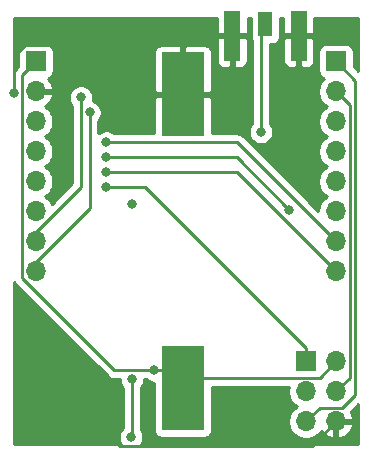
<source format=gbr>
%TF.GenerationSoftware,KiCad,Pcbnew,5.1.8*%
%TF.CreationDate,2020-11-15T15:28:23+01:00*%
%TF.ProjectId,LORA_ATTINY_v3,4c4f5241-5f41-4545-9449-4e595f76332e,rev?*%
%TF.SameCoordinates,Original*%
%TF.FileFunction,Copper,L2,Bot*%
%TF.FilePolarity,Positive*%
%FSLAX46Y46*%
G04 Gerber Fmt 4.6, Leading zero omitted, Abs format (unit mm)*
G04 Created by KiCad (PCBNEW 5.1.8) date 2020-11-15 15:28:23*
%MOMM*%
%LPD*%
G01*
G04 APERTURE LIST*
%TA.AperFunction,SMDPad,CuDef*%
%ADD10R,1.350000X4.200000*%
%TD*%
%TA.AperFunction,ComponentPad*%
%ADD11R,1.200000X2.100000*%
%TD*%
%TA.AperFunction,SMDPad,CuDef*%
%ADD12R,3.600000X7.100000*%
%TD*%
%TA.AperFunction,ComponentPad*%
%ADD13R,1.700000X1.700000*%
%TD*%
%TA.AperFunction,ComponentPad*%
%ADD14O,1.700000X1.700000*%
%TD*%
%TA.AperFunction,ViaPad*%
%ADD15C,0.800000*%
%TD*%
%TA.AperFunction,Conductor*%
%ADD16C,0.250000*%
%TD*%
%TA.AperFunction,Conductor*%
%ADD17C,0.254000*%
%TD*%
%TA.AperFunction,Conductor*%
%ADD18C,0.100000*%
%TD*%
G04 APERTURE END LIST*
D10*
%TO.P,ANT1,2*%
%TO.N,GND*%
X80676000Y-43561000D03*
X75026000Y-43561000D03*
D11*
%TO.P,ANT1,1*%
%TO.N,Net-(ANT1-Pad1)*%
X77851000Y-42570400D03*
%TD*%
D12*
%TO.P,BAT1,2*%
%TO.N,GND*%
X70866000Y-48514000D03*
%TO.P,BAT1,1*%
%TO.N,+3V3*%
X70866000Y-73406000D03*
%TD*%
D13*
%TO.P,J1,1*%
%TO.N,+3V3*%
X58420000Y-45720000D03*
D14*
%TO.P,J1,2*%
%TO.N,GND*%
X58420000Y-48260000D03*
%TO.P,J1,3*%
%TO.N,PB0*%
X58420000Y-50800000D03*
%TO.P,J1,4*%
%TO.N,PB1*%
X58420000Y-53340000D03*
%TO.P,J1,5*%
%TO.N,PC0*%
X58420000Y-55880000D03*
%TO.P,J1,6*%
%TO.N,PC1*%
X58420000Y-58420000D03*
%TO.P,J1,7*%
%TO.N,PC2*%
X58420000Y-60960000D03*
%TO.P,J1,8*%
%TO.N,PC3*%
X58420000Y-63500000D03*
%TD*%
%TO.P,J2,8*%
%TO.N,SCK*%
X83820000Y-63500000D03*
%TO.P,J2,7*%
%TO.N,MOSI*%
X83820000Y-60960000D03*
%TO.P,J2,6*%
%TO.N,MISO*%
X83820000Y-58420000D03*
%TO.P,J2,5*%
%TO.N,PA7*%
X83820000Y-55880000D03*
%TO.P,J2,4*%
%TO.N,PB5*%
X83820000Y-53340000D03*
%TO.P,J2,3*%
%TO.N,PB4*%
X83820000Y-50800000D03*
%TO.P,J2,2*%
%TO.N,PB3*%
X83820000Y-48260000D03*
D13*
%TO.P,J2,1*%
%TO.N,PB2*%
X83820000Y-45720000D03*
%TD*%
%TO.P,UPDI,1*%
%TO.N,RST*%
X81280000Y-71120000D03*
D14*
%TO.P,UPDI,2*%
%TO.N,+3V3*%
X83820000Y-71120000D03*
%TO.P,UPDI,3*%
%TO.N,Net-(PRG1-Pad3)*%
X81280000Y-73660000D03*
%TO.P,UPDI,4*%
%TO.N,PB3*%
X83820000Y-73660000D03*
%TO.P,UPDI,5*%
%TO.N,PB2*%
X81280000Y-76200000D03*
%TO.P,UPDI,6*%
%TO.N,GND*%
X83820000Y-76200000D03*
%TD*%
D15*
%TO.N,Net-(ANT1-Pad1)*%
X77470000Y-51689000D03*
%TO.N,GND*%
X75057000Y-43561000D03*
X80772000Y-43561000D03*
X74422000Y-50927000D03*
X63500000Y-76200000D03*
X60579000Y-70485000D03*
X60617500Y-73406000D03*
X56519999Y-48387000D03*
%TO.N,+3V3*%
X68453000Y-71882000D03*
%TO.N,PC2*%
X62230000Y-48768000D03*
%TO.N,PC3*%
X62955000Y-50038000D03*
%TO.N,SCK*%
X64389000Y-55118000D03*
%TO.N,MOSI*%
X64389000Y-52578000D03*
%TO.N,MISO*%
X79883000Y-58293000D03*
X64389000Y-53848000D03*
%TO.N,RST*%
X64389000Y-56388000D03*
%TO.N,NSS*%
X66548000Y-57785000D03*
X66548000Y-72644000D03*
X66476010Y-77525010D03*
%TD*%
D16*
%TO.N,Net-(ANT1-Pad1)*%
X77470000Y-42951400D02*
X77851000Y-42570400D01*
X77470000Y-51689000D02*
X77470000Y-42951400D01*
%TO.N,GND*%
X81769989Y-78250011D02*
X83820000Y-76200000D01*
X65550011Y-78250011D02*
X81769989Y-78250011D01*
X63500000Y-76200000D02*
X65550011Y-78250011D01*
X60579000Y-73367500D02*
X60617500Y-73406000D01*
X60579000Y-70485000D02*
X60579000Y-73367500D01*
X56519999Y-45334999D02*
X57531998Y-44323000D01*
X56519999Y-48387000D02*
X56519999Y-45334999D01*
X57531998Y-44323000D02*
X59308002Y-44323000D01*
X59308002Y-44323000D02*
X60071000Y-44323000D01*
%TO.N,+3V3*%
X69342000Y-71882000D02*
X70866000Y-73406000D01*
X68453000Y-71882000D02*
X69342000Y-71882000D01*
X82455001Y-72484999D02*
X83820000Y-71120000D01*
X71787001Y-72484999D02*
X82455001Y-72484999D01*
X70866000Y-73406000D02*
X71787001Y-72484999D01*
X65062998Y-71882000D02*
X68453000Y-71882000D01*
X57244999Y-64064001D02*
X65062998Y-71882000D01*
X57244999Y-46895001D02*
X57244999Y-64064001D01*
X58420000Y-45720000D02*
X57244999Y-46895001D01*
%TO.N,PC2*%
X58420000Y-60159002D02*
X58420000Y-60960000D01*
X62230000Y-56349002D02*
X58420000Y-60159002D01*
X62230000Y-48768000D02*
X62230000Y-56349002D01*
%TO.N,PC3*%
X58420000Y-62699002D02*
X58420000Y-63500000D01*
X62955000Y-58164002D02*
X58420000Y-62699002D01*
X62955000Y-50038000D02*
X62955000Y-58164002D01*
%TO.N,SCK*%
X75438000Y-55118000D02*
X83820000Y-63500000D01*
X64389000Y-55118000D02*
X75438000Y-55118000D01*
%TO.N,MOSI*%
X75438000Y-52578000D02*
X83820000Y-60960000D01*
X64389000Y-52578000D02*
X75438000Y-52578000D01*
%TO.N,MISO*%
X75438000Y-53848000D02*
X64389000Y-53848000D01*
X79883000Y-58293000D02*
X75438000Y-53848000D01*
%TO.N,PB3*%
X84995001Y-72484999D02*
X83820000Y-73660000D01*
X84995001Y-49435001D02*
X84995001Y-72484999D01*
X83820000Y-48260000D02*
X84995001Y-49435001D01*
%TO.N,PB2*%
X82455001Y-75024999D02*
X81280000Y-76200000D01*
X84360001Y-75024999D02*
X82455001Y-75024999D01*
X85445011Y-73939989D02*
X84360001Y-75024999D01*
X85445011Y-47345011D02*
X85445011Y-73939989D01*
X83820000Y-45720000D02*
X85445011Y-47345011D01*
%TO.N,RST*%
X67648000Y-56388000D02*
X64389000Y-56388000D01*
X81280000Y-70020000D02*
X67648000Y-56388000D01*
X81280000Y-71120000D02*
X81280000Y-70020000D01*
%TO.N,NSS*%
X66548000Y-77453020D02*
X66476010Y-77525010D01*
X66548000Y-72644000D02*
X66548000Y-77453020D01*
%TD*%
D17*
%TO.N,GND*%
X56610025Y-64488277D02*
X56681200Y-64575003D01*
X56704999Y-64604002D01*
X56733997Y-64627800D01*
X64499198Y-72393002D01*
X64522997Y-72422001D01*
X64638722Y-72516974D01*
X64770751Y-72587546D01*
X64914012Y-72631003D01*
X65025665Y-72642000D01*
X65025674Y-72642000D01*
X65062997Y-72645676D01*
X65100320Y-72642000D01*
X65513000Y-72642000D01*
X65513000Y-72745939D01*
X65552774Y-72945898D01*
X65630795Y-73134256D01*
X65744063Y-73303774D01*
X65788000Y-73347711D01*
X65788001Y-76749308D01*
X65672073Y-76865236D01*
X65558805Y-77034754D01*
X65480784Y-77223112D01*
X65441010Y-77423071D01*
X65441010Y-77626949D01*
X65480784Y-77826908D01*
X65558805Y-78015266D01*
X65602059Y-78080000D01*
X56540000Y-78080000D01*
X56540000Y-64357270D01*
X56610025Y-64488277D01*
%TA.AperFunction,Conductor*%
D18*
G36*
X56610025Y-64488277D02*
G01*
X56681200Y-64575003D01*
X56704999Y-64604002D01*
X56733997Y-64627800D01*
X64499198Y-72393002D01*
X64522997Y-72422001D01*
X64638722Y-72516974D01*
X64770751Y-72587546D01*
X64914012Y-72631003D01*
X65025665Y-72642000D01*
X65025674Y-72642000D01*
X65062997Y-72645676D01*
X65100320Y-72642000D01*
X65513000Y-72642000D01*
X65513000Y-72745939D01*
X65552774Y-72945898D01*
X65630795Y-73134256D01*
X65744063Y-73303774D01*
X65788000Y-73347711D01*
X65788001Y-76749308D01*
X65672073Y-76865236D01*
X65558805Y-77034754D01*
X65480784Y-77223112D01*
X65441010Y-77423071D01*
X65441010Y-77626949D01*
X65480784Y-77826908D01*
X65558805Y-78015266D01*
X65602059Y-78080000D01*
X56540000Y-78080000D01*
X56540000Y-64357270D01*
X56610025Y-64488277D01*
G37*
%TD.AperFunction*%
D17*
X67793226Y-72685937D02*
X67962744Y-72799205D01*
X68151102Y-72877226D01*
X68351061Y-72917000D01*
X68427928Y-72917000D01*
X68427928Y-76956000D01*
X68440188Y-77080482D01*
X68476498Y-77200180D01*
X68535463Y-77310494D01*
X68614815Y-77407185D01*
X68711506Y-77486537D01*
X68821820Y-77545502D01*
X68941518Y-77581812D01*
X69066000Y-77594072D01*
X72666000Y-77594072D01*
X72790482Y-77581812D01*
X72910180Y-77545502D01*
X73020494Y-77486537D01*
X73117185Y-77407185D01*
X73196537Y-77310494D01*
X73255502Y-77200180D01*
X73291812Y-77080482D01*
X73304072Y-76956000D01*
X73304072Y-73244999D01*
X79848456Y-73244999D01*
X79795000Y-73513740D01*
X79795000Y-73806260D01*
X79852068Y-74093158D01*
X79964010Y-74363411D01*
X80126525Y-74606632D01*
X80333368Y-74813475D01*
X80507760Y-74930000D01*
X80333368Y-75046525D01*
X80126525Y-75253368D01*
X79964010Y-75496589D01*
X79852068Y-75766842D01*
X79795000Y-76053740D01*
X79795000Y-76346260D01*
X79852068Y-76633158D01*
X79964010Y-76903411D01*
X80126525Y-77146632D01*
X80333368Y-77353475D01*
X80576589Y-77515990D01*
X80846842Y-77627932D01*
X81133740Y-77685000D01*
X81426260Y-77685000D01*
X81713158Y-77627932D01*
X81983411Y-77515990D01*
X82226632Y-77353475D01*
X82433475Y-77146632D01*
X82551100Y-76970594D01*
X82722412Y-77200269D01*
X82938645Y-77395178D01*
X83188748Y-77544157D01*
X83463109Y-77641481D01*
X83693000Y-77520814D01*
X83693000Y-76327000D01*
X83947000Y-76327000D01*
X83947000Y-77520814D01*
X84176891Y-77641481D01*
X84451252Y-77544157D01*
X84701355Y-77395178D01*
X84917588Y-77200269D01*
X85091641Y-76966920D01*
X85216825Y-76704099D01*
X85261476Y-76556890D01*
X85140155Y-76327000D01*
X83947000Y-76327000D01*
X83693000Y-76327000D01*
X83673000Y-76327000D01*
X83673000Y-76073000D01*
X83693000Y-76073000D01*
X83693000Y-76053000D01*
X83947000Y-76053000D01*
X83947000Y-76073000D01*
X85140155Y-76073000D01*
X85261476Y-75843110D01*
X85216825Y-75695901D01*
X85091641Y-75433080D01*
X85063906Y-75395896D01*
X85700001Y-74759801D01*
X85700001Y-78080000D01*
X67349961Y-78080000D01*
X67393215Y-78015266D01*
X67471236Y-77826908D01*
X67511010Y-77626949D01*
X67511010Y-77423071D01*
X67471236Y-77223112D01*
X67393215Y-77034754D01*
X67308000Y-76907220D01*
X67308000Y-73347711D01*
X67351937Y-73303774D01*
X67465205Y-73134256D01*
X67543226Y-72945898D01*
X67583000Y-72745939D01*
X67583000Y-72642000D01*
X67749289Y-72642000D01*
X67793226Y-72685937D01*
%TA.AperFunction,Conductor*%
D18*
G36*
X67793226Y-72685937D02*
G01*
X67962744Y-72799205D01*
X68151102Y-72877226D01*
X68351061Y-72917000D01*
X68427928Y-72917000D01*
X68427928Y-76956000D01*
X68440188Y-77080482D01*
X68476498Y-77200180D01*
X68535463Y-77310494D01*
X68614815Y-77407185D01*
X68711506Y-77486537D01*
X68821820Y-77545502D01*
X68941518Y-77581812D01*
X69066000Y-77594072D01*
X72666000Y-77594072D01*
X72790482Y-77581812D01*
X72910180Y-77545502D01*
X73020494Y-77486537D01*
X73117185Y-77407185D01*
X73196537Y-77310494D01*
X73255502Y-77200180D01*
X73291812Y-77080482D01*
X73304072Y-76956000D01*
X73304072Y-73244999D01*
X79848456Y-73244999D01*
X79795000Y-73513740D01*
X79795000Y-73806260D01*
X79852068Y-74093158D01*
X79964010Y-74363411D01*
X80126525Y-74606632D01*
X80333368Y-74813475D01*
X80507760Y-74930000D01*
X80333368Y-75046525D01*
X80126525Y-75253368D01*
X79964010Y-75496589D01*
X79852068Y-75766842D01*
X79795000Y-76053740D01*
X79795000Y-76346260D01*
X79852068Y-76633158D01*
X79964010Y-76903411D01*
X80126525Y-77146632D01*
X80333368Y-77353475D01*
X80576589Y-77515990D01*
X80846842Y-77627932D01*
X81133740Y-77685000D01*
X81426260Y-77685000D01*
X81713158Y-77627932D01*
X81983411Y-77515990D01*
X82226632Y-77353475D01*
X82433475Y-77146632D01*
X82551100Y-76970594D01*
X82722412Y-77200269D01*
X82938645Y-77395178D01*
X83188748Y-77544157D01*
X83463109Y-77641481D01*
X83693000Y-77520814D01*
X83693000Y-76327000D01*
X83947000Y-76327000D01*
X83947000Y-77520814D01*
X84176891Y-77641481D01*
X84451252Y-77544157D01*
X84701355Y-77395178D01*
X84917588Y-77200269D01*
X85091641Y-76966920D01*
X85216825Y-76704099D01*
X85261476Y-76556890D01*
X85140155Y-76327000D01*
X83947000Y-76327000D01*
X83693000Y-76327000D01*
X83673000Y-76327000D01*
X83673000Y-76073000D01*
X83693000Y-76073000D01*
X83693000Y-76053000D01*
X83947000Y-76053000D01*
X83947000Y-76073000D01*
X85140155Y-76073000D01*
X85261476Y-75843110D01*
X85216825Y-75695901D01*
X85091641Y-75433080D01*
X85063906Y-75395896D01*
X85700001Y-74759801D01*
X85700001Y-78080000D01*
X67349961Y-78080000D01*
X67393215Y-78015266D01*
X67471236Y-77826908D01*
X67511010Y-77626949D01*
X67511010Y-77423071D01*
X67471236Y-77223112D01*
X67393215Y-77034754D01*
X67308000Y-76907220D01*
X67308000Y-73347711D01*
X67351937Y-73303774D01*
X67465205Y-73134256D01*
X67543226Y-72945898D01*
X67583000Y-72745939D01*
X67583000Y-72642000D01*
X67749289Y-72642000D01*
X67793226Y-72685937D01*
G37*
%TD.AperFunction*%
D17*
X73716000Y-43275250D02*
X73874750Y-43434000D01*
X74899000Y-43434000D01*
X74899000Y-43414000D01*
X75153000Y-43414000D01*
X75153000Y-43434000D01*
X76177250Y-43434000D01*
X76336000Y-43275250D01*
X76338054Y-42062000D01*
X76612928Y-42062000D01*
X76612928Y-43620400D01*
X76625188Y-43744882D01*
X76661498Y-43864580D01*
X76710001Y-43955321D01*
X76710000Y-50985289D01*
X76666063Y-51029226D01*
X76552795Y-51198744D01*
X76474774Y-51387102D01*
X76435000Y-51587061D01*
X76435000Y-51790939D01*
X76474774Y-51990898D01*
X76552795Y-52179256D01*
X76666063Y-52348774D01*
X76810226Y-52492937D01*
X76979744Y-52606205D01*
X77168102Y-52684226D01*
X77368061Y-52724000D01*
X77571939Y-52724000D01*
X77771898Y-52684226D01*
X77960256Y-52606205D01*
X78129774Y-52492937D01*
X78273937Y-52348774D01*
X78387205Y-52179256D01*
X78465226Y-51990898D01*
X78505000Y-51790939D01*
X78505000Y-51587061D01*
X78465226Y-51387102D01*
X78387205Y-51198744D01*
X78273937Y-51029226D01*
X78230000Y-50985289D01*
X78230000Y-45661000D01*
X79362928Y-45661000D01*
X79375188Y-45785482D01*
X79411498Y-45905180D01*
X79470463Y-46015494D01*
X79549815Y-46112185D01*
X79646506Y-46191537D01*
X79756820Y-46250502D01*
X79876518Y-46286812D01*
X80001000Y-46299072D01*
X80390250Y-46296000D01*
X80549000Y-46137250D01*
X80549000Y-43688000D01*
X80803000Y-43688000D01*
X80803000Y-46137250D01*
X80961750Y-46296000D01*
X81351000Y-46299072D01*
X81475482Y-46286812D01*
X81595180Y-46250502D01*
X81705494Y-46191537D01*
X81802185Y-46112185D01*
X81881537Y-46015494D01*
X81940502Y-45905180D01*
X81976812Y-45785482D01*
X81989072Y-45661000D01*
X81986000Y-43846750D01*
X81827250Y-43688000D01*
X80803000Y-43688000D01*
X80549000Y-43688000D01*
X79524750Y-43688000D01*
X79366000Y-43846750D01*
X79362928Y-45661000D01*
X78230000Y-45661000D01*
X78230000Y-44258472D01*
X78451000Y-44258472D01*
X78575482Y-44246212D01*
X78695180Y-44209902D01*
X78805494Y-44150937D01*
X78902185Y-44071585D01*
X78981537Y-43974894D01*
X79040502Y-43864580D01*
X79076812Y-43744882D01*
X79089072Y-43620400D01*
X79089072Y-42062000D01*
X79363946Y-42062000D01*
X79366000Y-43275250D01*
X79524750Y-43434000D01*
X80549000Y-43434000D01*
X80549000Y-43414000D01*
X80803000Y-43414000D01*
X80803000Y-43434000D01*
X81827250Y-43434000D01*
X81986000Y-43275250D01*
X81988054Y-42062000D01*
X85700001Y-42062000D01*
X85700000Y-43655581D01*
X85700000Y-46525198D01*
X85308072Y-46133270D01*
X85308072Y-44870000D01*
X85295812Y-44745518D01*
X85259502Y-44625820D01*
X85200537Y-44515506D01*
X85121185Y-44418815D01*
X85024494Y-44339463D01*
X84914180Y-44280498D01*
X84794482Y-44244188D01*
X84670000Y-44231928D01*
X82970000Y-44231928D01*
X82845518Y-44244188D01*
X82725820Y-44280498D01*
X82615506Y-44339463D01*
X82518815Y-44418815D01*
X82439463Y-44515506D01*
X82380498Y-44625820D01*
X82344188Y-44745518D01*
X82331928Y-44870000D01*
X82331928Y-46570000D01*
X82344188Y-46694482D01*
X82380498Y-46814180D01*
X82439463Y-46924494D01*
X82518815Y-47021185D01*
X82615506Y-47100537D01*
X82725820Y-47159502D01*
X82798380Y-47181513D01*
X82666525Y-47313368D01*
X82504010Y-47556589D01*
X82392068Y-47826842D01*
X82335000Y-48113740D01*
X82335000Y-48406260D01*
X82392068Y-48693158D01*
X82504010Y-48963411D01*
X82666525Y-49206632D01*
X82873368Y-49413475D01*
X83047760Y-49530000D01*
X82873368Y-49646525D01*
X82666525Y-49853368D01*
X82504010Y-50096589D01*
X82392068Y-50366842D01*
X82335000Y-50653740D01*
X82335000Y-50946260D01*
X82392068Y-51233158D01*
X82504010Y-51503411D01*
X82666525Y-51746632D01*
X82873368Y-51953475D01*
X83047760Y-52070000D01*
X82873368Y-52186525D01*
X82666525Y-52393368D01*
X82504010Y-52636589D01*
X82392068Y-52906842D01*
X82335000Y-53193740D01*
X82335000Y-53486260D01*
X82392068Y-53773158D01*
X82504010Y-54043411D01*
X82666525Y-54286632D01*
X82873368Y-54493475D01*
X83047760Y-54610000D01*
X82873368Y-54726525D01*
X82666525Y-54933368D01*
X82504010Y-55176589D01*
X82392068Y-55446842D01*
X82335000Y-55733740D01*
X82335000Y-56026260D01*
X82392068Y-56313158D01*
X82504010Y-56583411D01*
X82666525Y-56826632D01*
X82873368Y-57033475D01*
X83047760Y-57150000D01*
X82873368Y-57266525D01*
X82666525Y-57473368D01*
X82504010Y-57716589D01*
X82392068Y-57986842D01*
X82335000Y-58273740D01*
X82335000Y-58400198D01*
X76001804Y-52067003D01*
X75978001Y-52037999D01*
X75862276Y-51943026D01*
X75730247Y-51872454D01*
X75586986Y-51828997D01*
X75475333Y-51818000D01*
X75475322Y-51818000D01*
X75438000Y-51814324D01*
X75400678Y-51818000D01*
X73303840Y-51818000D01*
X73301000Y-48799750D01*
X73142250Y-48641000D01*
X70993000Y-48641000D01*
X70993000Y-48661000D01*
X70739000Y-48661000D01*
X70739000Y-48641000D01*
X68589750Y-48641000D01*
X68431000Y-48799750D01*
X68428160Y-51818000D01*
X65092711Y-51818000D01*
X65048774Y-51774063D01*
X64879256Y-51660795D01*
X64690898Y-51582774D01*
X64490939Y-51543000D01*
X64287061Y-51543000D01*
X64087102Y-51582774D01*
X63898744Y-51660795D01*
X63729226Y-51774063D01*
X63715000Y-51788289D01*
X63715000Y-50741711D01*
X63758937Y-50697774D01*
X63872205Y-50528256D01*
X63950226Y-50339898D01*
X63990000Y-50139939D01*
X63990000Y-49936061D01*
X63950226Y-49736102D01*
X63872205Y-49547744D01*
X63758937Y-49378226D01*
X63614774Y-49234063D01*
X63445256Y-49120795D01*
X63256898Y-49042774D01*
X63231621Y-49037746D01*
X63265000Y-48869939D01*
X63265000Y-48666061D01*
X63225226Y-48466102D01*
X63147205Y-48277744D01*
X63033937Y-48108226D01*
X62889774Y-47964063D01*
X62720256Y-47850795D01*
X62531898Y-47772774D01*
X62331939Y-47733000D01*
X62128061Y-47733000D01*
X61928102Y-47772774D01*
X61739744Y-47850795D01*
X61570226Y-47964063D01*
X61426063Y-48108226D01*
X61312795Y-48277744D01*
X61234774Y-48466102D01*
X61195000Y-48666061D01*
X61195000Y-48869939D01*
X61234774Y-49069898D01*
X61312795Y-49258256D01*
X61426063Y-49427774D01*
X61470000Y-49471711D01*
X61470001Y-56034199D01*
X59751110Y-57753091D01*
X59735990Y-57716589D01*
X59573475Y-57473368D01*
X59366632Y-57266525D01*
X59192240Y-57150000D01*
X59366632Y-57033475D01*
X59573475Y-56826632D01*
X59735990Y-56583411D01*
X59847932Y-56313158D01*
X59905000Y-56026260D01*
X59905000Y-55733740D01*
X59847932Y-55446842D01*
X59735990Y-55176589D01*
X59573475Y-54933368D01*
X59366632Y-54726525D01*
X59192240Y-54610000D01*
X59366632Y-54493475D01*
X59573475Y-54286632D01*
X59735990Y-54043411D01*
X59847932Y-53773158D01*
X59905000Y-53486260D01*
X59905000Y-53193740D01*
X59847932Y-52906842D01*
X59735990Y-52636589D01*
X59573475Y-52393368D01*
X59366632Y-52186525D01*
X59192240Y-52070000D01*
X59366632Y-51953475D01*
X59573475Y-51746632D01*
X59735990Y-51503411D01*
X59847932Y-51233158D01*
X59905000Y-50946260D01*
X59905000Y-50653740D01*
X59847932Y-50366842D01*
X59735990Y-50096589D01*
X59573475Y-49853368D01*
X59366632Y-49646525D01*
X59184466Y-49524805D01*
X59301355Y-49455178D01*
X59517588Y-49260269D01*
X59691641Y-49026920D01*
X59816825Y-48764099D01*
X59861476Y-48616890D01*
X59740155Y-48387000D01*
X58547000Y-48387000D01*
X58547000Y-48407000D01*
X58293000Y-48407000D01*
X58293000Y-48387000D01*
X58273000Y-48387000D01*
X58273000Y-48133000D01*
X58293000Y-48133000D01*
X58293000Y-48113000D01*
X58547000Y-48113000D01*
X58547000Y-48133000D01*
X59740155Y-48133000D01*
X59861476Y-47903110D01*
X59816825Y-47755901D01*
X59691641Y-47493080D01*
X59517588Y-47259731D01*
X59433534Y-47183966D01*
X59514180Y-47159502D01*
X59624494Y-47100537D01*
X59721185Y-47021185D01*
X59800537Y-46924494D01*
X59859502Y-46814180D01*
X59895812Y-46694482D01*
X59908072Y-46570000D01*
X59908072Y-44964000D01*
X68427928Y-44964000D01*
X68431000Y-48228250D01*
X68589750Y-48387000D01*
X70739000Y-48387000D01*
X70739000Y-44487750D01*
X70993000Y-44487750D01*
X70993000Y-48387000D01*
X73142250Y-48387000D01*
X73301000Y-48228250D01*
X73303416Y-45661000D01*
X73712928Y-45661000D01*
X73725188Y-45785482D01*
X73761498Y-45905180D01*
X73820463Y-46015494D01*
X73899815Y-46112185D01*
X73996506Y-46191537D01*
X74106820Y-46250502D01*
X74226518Y-46286812D01*
X74351000Y-46299072D01*
X74740250Y-46296000D01*
X74899000Y-46137250D01*
X74899000Y-43688000D01*
X75153000Y-43688000D01*
X75153000Y-46137250D01*
X75311750Y-46296000D01*
X75701000Y-46299072D01*
X75825482Y-46286812D01*
X75945180Y-46250502D01*
X76055494Y-46191537D01*
X76152185Y-46112185D01*
X76231537Y-46015494D01*
X76290502Y-45905180D01*
X76326812Y-45785482D01*
X76339072Y-45661000D01*
X76336000Y-43846750D01*
X76177250Y-43688000D01*
X75153000Y-43688000D01*
X74899000Y-43688000D01*
X73874750Y-43688000D01*
X73716000Y-43846750D01*
X73712928Y-45661000D01*
X73303416Y-45661000D01*
X73304072Y-44964000D01*
X73291812Y-44839518D01*
X73255502Y-44719820D01*
X73196537Y-44609506D01*
X73117185Y-44512815D01*
X73020494Y-44433463D01*
X72910180Y-44374498D01*
X72790482Y-44338188D01*
X72666000Y-44325928D01*
X71151750Y-44329000D01*
X70993000Y-44487750D01*
X70739000Y-44487750D01*
X70580250Y-44329000D01*
X69066000Y-44325928D01*
X68941518Y-44338188D01*
X68821820Y-44374498D01*
X68711506Y-44433463D01*
X68614815Y-44512815D01*
X68535463Y-44609506D01*
X68476498Y-44719820D01*
X68440188Y-44839518D01*
X68427928Y-44964000D01*
X59908072Y-44964000D01*
X59908072Y-44870000D01*
X59895812Y-44745518D01*
X59859502Y-44625820D01*
X59800537Y-44515506D01*
X59721185Y-44418815D01*
X59624494Y-44339463D01*
X59514180Y-44280498D01*
X59394482Y-44244188D01*
X59270000Y-44231928D01*
X57570000Y-44231928D01*
X57445518Y-44244188D01*
X57325820Y-44280498D01*
X57215506Y-44339463D01*
X57118815Y-44418815D01*
X57039463Y-44515506D01*
X56980498Y-44625820D01*
X56944188Y-44745518D01*
X56931928Y-44870000D01*
X56931928Y-46133271D01*
X56734002Y-46331197D01*
X56704998Y-46355000D01*
X56649870Y-46422175D01*
X56610025Y-46470725D01*
X56556961Y-46570000D01*
X56540000Y-46601732D01*
X56540000Y-42062000D01*
X73713946Y-42062000D01*
X73716000Y-43275250D01*
%TA.AperFunction,Conductor*%
D18*
G36*
X73716000Y-43275250D02*
G01*
X73874750Y-43434000D01*
X74899000Y-43434000D01*
X74899000Y-43414000D01*
X75153000Y-43414000D01*
X75153000Y-43434000D01*
X76177250Y-43434000D01*
X76336000Y-43275250D01*
X76338054Y-42062000D01*
X76612928Y-42062000D01*
X76612928Y-43620400D01*
X76625188Y-43744882D01*
X76661498Y-43864580D01*
X76710001Y-43955321D01*
X76710000Y-50985289D01*
X76666063Y-51029226D01*
X76552795Y-51198744D01*
X76474774Y-51387102D01*
X76435000Y-51587061D01*
X76435000Y-51790939D01*
X76474774Y-51990898D01*
X76552795Y-52179256D01*
X76666063Y-52348774D01*
X76810226Y-52492937D01*
X76979744Y-52606205D01*
X77168102Y-52684226D01*
X77368061Y-52724000D01*
X77571939Y-52724000D01*
X77771898Y-52684226D01*
X77960256Y-52606205D01*
X78129774Y-52492937D01*
X78273937Y-52348774D01*
X78387205Y-52179256D01*
X78465226Y-51990898D01*
X78505000Y-51790939D01*
X78505000Y-51587061D01*
X78465226Y-51387102D01*
X78387205Y-51198744D01*
X78273937Y-51029226D01*
X78230000Y-50985289D01*
X78230000Y-45661000D01*
X79362928Y-45661000D01*
X79375188Y-45785482D01*
X79411498Y-45905180D01*
X79470463Y-46015494D01*
X79549815Y-46112185D01*
X79646506Y-46191537D01*
X79756820Y-46250502D01*
X79876518Y-46286812D01*
X80001000Y-46299072D01*
X80390250Y-46296000D01*
X80549000Y-46137250D01*
X80549000Y-43688000D01*
X80803000Y-43688000D01*
X80803000Y-46137250D01*
X80961750Y-46296000D01*
X81351000Y-46299072D01*
X81475482Y-46286812D01*
X81595180Y-46250502D01*
X81705494Y-46191537D01*
X81802185Y-46112185D01*
X81881537Y-46015494D01*
X81940502Y-45905180D01*
X81976812Y-45785482D01*
X81989072Y-45661000D01*
X81986000Y-43846750D01*
X81827250Y-43688000D01*
X80803000Y-43688000D01*
X80549000Y-43688000D01*
X79524750Y-43688000D01*
X79366000Y-43846750D01*
X79362928Y-45661000D01*
X78230000Y-45661000D01*
X78230000Y-44258472D01*
X78451000Y-44258472D01*
X78575482Y-44246212D01*
X78695180Y-44209902D01*
X78805494Y-44150937D01*
X78902185Y-44071585D01*
X78981537Y-43974894D01*
X79040502Y-43864580D01*
X79076812Y-43744882D01*
X79089072Y-43620400D01*
X79089072Y-42062000D01*
X79363946Y-42062000D01*
X79366000Y-43275250D01*
X79524750Y-43434000D01*
X80549000Y-43434000D01*
X80549000Y-43414000D01*
X80803000Y-43414000D01*
X80803000Y-43434000D01*
X81827250Y-43434000D01*
X81986000Y-43275250D01*
X81988054Y-42062000D01*
X85700001Y-42062000D01*
X85700000Y-43655581D01*
X85700000Y-46525198D01*
X85308072Y-46133270D01*
X85308072Y-44870000D01*
X85295812Y-44745518D01*
X85259502Y-44625820D01*
X85200537Y-44515506D01*
X85121185Y-44418815D01*
X85024494Y-44339463D01*
X84914180Y-44280498D01*
X84794482Y-44244188D01*
X84670000Y-44231928D01*
X82970000Y-44231928D01*
X82845518Y-44244188D01*
X82725820Y-44280498D01*
X82615506Y-44339463D01*
X82518815Y-44418815D01*
X82439463Y-44515506D01*
X82380498Y-44625820D01*
X82344188Y-44745518D01*
X82331928Y-44870000D01*
X82331928Y-46570000D01*
X82344188Y-46694482D01*
X82380498Y-46814180D01*
X82439463Y-46924494D01*
X82518815Y-47021185D01*
X82615506Y-47100537D01*
X82725820Y-47159502D01*
X82798380Y-47181513D01*
X82666525Y-47313368D01*
X82504010Y-47556589D01*
X82392068Y-47826842D01*
X82335000Y-48113740D01*
X82335000Y-48406260D01*
X82392068Y-48693158D01*
X82504010Y-48963411D01*
X82666525Y-49206632D01*
X82873368Y-49413475D01*
X83047760Y-49530000D01*
X82873368Y-49646525D01*
X82666525Y-49853368D01*
X82504010Y-50096589D01*
X82392068Y-50366842D01*
X82335000Y-50653740D01*
X82335000Y-50946260D01*
X82392068Y-51233158D01*
X82504010Y-51503411D01*
X82666525Y-51746632D01*
X82873368Y-51953475D01*
X83047760Y-52070000D01*
X82873368Y-52186525D01*
X82666525Y-52393368D01*
X82504010Y-52636589D01*
X82392068Y-52906842D01*
X82335000Y-53193740D01*
X82335000Y-53486260D01*
X82392068Y-53773158D01*
X82504010Y-54043411D01*
X82666525Y-54286632D01*
X82873368Y-54493475D01*
X83047760Y-54610000D01*
X82873368Y-54726525D01*
X82666525Y-54933368D01*
X82504010Y-55176589D01*
X82392068Y-55446842D01*
X82335000Y-55733740D01*
X82335000Y-56026260D01*
X82392068Y-56313158D01*
X82504010Y-56583411D01*
X82666525Y-56826632D01*
X82873368Y-57033475D01*
X83047760Y-57150000D01*
X82873368Y-57266525D01*
X82666525Y-57473368D01*
X82504010Y-57716589D01*
X82392068Y-57986842D01*
X82335000Y-58273740D01*
X82335000Y-58400198D01*
X76001804Y-52067003D01*
X75978001Y-52037999D01*
X75862276Y-51943026D01*
X75730247Y-51872454D01*
X75586986Y-51828997D01*
X75475333Y-51818000D01*
X75475322Y-51818000D01*
X75438000Y-51814324D01*
X75400678Y-51818000D01*
X73303840Y-51818000D01*
X73301000Y-48799750D01*
X73142250Y-48641000D01*
X70993000Y-48641000D01*
X70993000Y-48661000D01*
X70739000Y-48661000D01*
X70739000Y-48641000D01*
X68589750Y-48641000D01*
X68431000Y-48799750D01*
X68428160Y-51818000D01*
X65092711Y-51818000D01*
X65048774Y-51774063D01*
X64879256Y-51660795D01*
X64690898Y-51582774D01*
X64490939Y-51543000D01*
X64287061Y-51543000D01*
X64087102Y-51582774D01*
X63898744Y-51660795D01*
X63729226Y-51774063D01*
X63715000Y-51788289D01*
X63715000Y-50741711D01*
X63758937Y-50697774D01*
X63872205Y-50528256D01*
X63950226Y-50339898D01*
X63990000Y-50139939D01*
X63990000Y-49936061D01*
X63950226Y-49736102D01*
X63872205Y-49547744D01*
X63758937Y-49378226D01*
X63614774Y-49234063D01*
X63445256Y-49120795D01*
X63256898Y-49042774D01*
X63231621Y-49037746D01*
X63265000Y-48869939D01*
X63265000Y-48666061D01*
X63225226Y-48466102D01*
X63147205Y-48277744D01*
X63033937Y-48108226D01*
X62889774Y-47964063D01*
X62720256Y-47850795D01*
X62531898Y-47772774D01*
X62331939Y-47733000D01*
X62128061Y-47733000D01*
X61928102Y-47772774D01*
X61739744Y-47850795D01*
X61570226Y-47964063D01*
X61426063Y-48108226D01*
X61312795Y-48277744D01*
X61234774Y-48466102D01*
X61195000Y-48666061D01*
X61195000Y-48869939D01*
X61234774Y-49069898D01*
X61312795Y-49258256D01*
X61426063Y-49427774D01*
X61470000Y-49471711D01*
X61470001Y-56034199D01*
X59751110Y-57753091D01*
X59735990Y-57716589D01*
X59573475Y-57473368D01*
X59366632Y-57266525D01*
X59192240Y-57150000D01*
X59366632Y-57033475D01*
X59573475Y-56826632D01*
X59735990Y-56583411D01*
X59847932Y-56313158D01*
X59905000Y-56026260D01*
X59905000Y-55733740D01*
X59847932Y-55446842D01*
X59735990Y-55176589D01*
X59573475Y-54933368D01*
X59366632Y-54726525D01*
X59192240Y-54610000D01*
X59366632Y-54493475D01*
X59573475Y-54286632D01*
X59735990Y-54043411D01*
X59847932Y-53773158D01*
X59905000Y-53486260D01*
X59905000Y-53193740D01*
X59847932Y-52906842D01*
X59735990Y-52636589D01*
X59573475Y-52393368D01*
X59366632Y-52186525D01*
X59192240Y-52070000D01*
X59366632Y-51953475D01*
X59573475Y-51746632D01*
X59735990Y-51503411D01*
X59847932Y-51233158D01*
X59905000Y-50946260D01*
X59905000Y-50653740D01*
X59847932Y-50366842D01*
X59735990Y-50096589D01*
X59573475Y-49853368D01*
X59366632Y-49646525D01*
X59184466Y-49524805D01*
X59301355Y-49455178D01*
X59517588Y-49260269D01*
X59691641Y-49026920D01*
X59816825Y-48764099D01*
X59861476Y-48616890D01*
X59740155Y-48387000D01*
X58547000Y-48387000D01*
X58547000Y-48407000D01*
X58293000Y-48407000D01*
X58293000Y-48387000D01*
X58273000Y-48387000D01*
X58273000Y-48133000D01*
X58293000Y-48133000D01*
X58293000Y-48113000D01*
X58547000Y-48113000D01*
X58547000Y-48133000D01*
X59740155Y-48133000D01*
X59861476Y-47903110D01*
X59816825Y-47755901D01*
X59691641Y-47493080D01*
X59517588Y-47259731D01*
X59433534Y-47183966D01*
X59514180Y-47159502D01*
X59624494Y-47100537D01*
X59721185Y-47021185D01*
X59800537Y-46924494D01*
X59859502Y-46814180D01*
X59895812Y-46694482D01*
X59908072Y-46570000D01*
X59908072Y-44964000D01*
X68427928Y-44964000D01*
X68431000Y-48228250D01*
X68589750Y-48387000D01*
X70739000Y-48387000D01*
X70739000Y-44487750D01*
X70993000Y-44487750D01*
X70993000Y-48387000D01*
X73142250Y-48387000D01*
X73301000Y-48228250D01*
X73303416Y-45661000D01*
X73712928Y-45661000D01*
X73725188Y-45785482D01*
X73761498Y-45905180D01*
X73820463Y-46015494D01*
X73899815Y-46112185D01*
X73996506Y-46191537D01*
X74106820Y-46250502D01*
X74226518Y-46286812D01*
X74351000Y-46299072D01*
X74740250Y-46296000D01*
X74899000Y-46137250D01*
X74899000Y-43688000D01*
X75153000Y-43688000D01*
X75153000Y-46137250D01*
X75311750Y-46296000D01*
X75701000Y-46299072D01*
X75825482Y-46286812D01*
X75945180Y-46250502D01*
X76055494Y-46191537D01*
X76152185Y-46112185D01*
X76231537Y-46015494D01*
X76290502Y-45905180D01*
X76326812Y-45785482D01*
X76339072Y-45661000D01*
X76336000Y-43846750D01*
X76177250Y-43688000D01*
X75153000Y-43688000D01*
X74899000Y-43688000D01*
X73874750Y-43688000D01*
X73716000Y-43846750D01*
X73712928Y-45661000D01*
X73303416Y-45661000D01*
X73304072Y-44964000D01*
X73291812Y-44839518D01*
X73255502Y-44719820D01*
X73196537Y-44609506D01*
X73117185Y-44512815D01*
X73020494Y-44433463D01*
X72910180Y-44374498D01*
X72790482Y-44338188D01*
X72666000Y-44325928D01*
X71151750Y-44329000D01*
X70993000Y-44487750D01*
X70739000Y-44487750D01*
X70580250Y-44329000D01*
X69066000Y-44325928D01*
X68941518Y-44338188D01*
X68821820Y-44374498D01*
X68711506Y-44433463D01*
X68614815Y-44512815D01*
X68535463Y-44609506D01*
X68476498Y-44719820D01*
X68440188Y-44839518D01*
X68427928Y-44964000D01*
X59908072Y-44964000D01*
X59908072Y-44870000D01*
X59895812Y-44745518D01*
X59859502Y-44625820D01*
X59800537Y-44515506D01*
X59721185Y-44418815D01*
X59624494Y-44339463D01*
X59514180Y-44280498D01*
X59394482Y-44244188D01*
X59270000Y-44231928D01*
X57570000Y-44231928D01*
X57445518Y-44244188D01*
X57325820Y-44280498D01*
X57215506Y-44339463D01*
X57118815Y-44418815D01*
X57039463Y-44515506D01*
X56980498Y-44625820D01*
X56944188Y-44745518D01*
X56931928Y-44870000D01*
X56931928Y-46133271D01*
X56734002Y-46331197D01*
X56704998Y-46355000D01*
X56649870Y-46422175D01*
X56610025Y-46470725D01*
X56556961Y-46570000D01*
X56540000Y-46601732D01*
X56540000Y-42062000D01*
X73713946Y-42062000D01*
X73716000Y-43275250D01*
G37*
%TD.AperFunction*%
%TD*%
M02*

</source>
